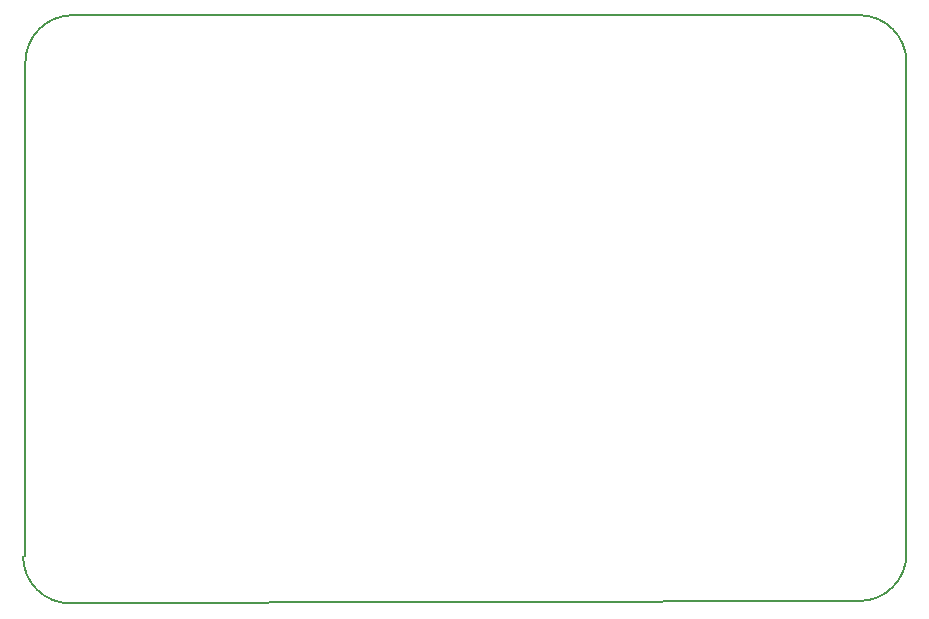
<source format=gbr>
%TF.GenerationSoftware,KiCad,Pcbnew,no-vcs-found*%
%TF.CreationDate,2017-10-06T14:05:24+10:30*%
%TF.ProjectId,clearpath-sc-single-channel,636C656172706174682D73632D73696E,1.0*%
%TF.SameCoordinates,Original*%
%TF.FileFunction,Profile,NP*%
%FSLAX46Y46*%
G04 Gerber Fmt 4.6, Leading zero omitted, Abs format (unit mm)*
G04 Created by KiCad (PCBNEW no-vcs-found) date Fri Oct  6 14:05:24 2017*
%MOMM*%
%LPD*%
G01*
G04 APERTURE LIST*
%ADD10C,0.150000*%
G04 APERTURE END LIST*
D10*
X170800000Y-100200000D02*
G75*
G02X174800000Y-104200000I0J-4000000D01*
G01*
X174800000Y-145800000D02*
G75*
G02X170800000Y-149800000I-4000000J0D01*
G01*
X104000000Y-150000000D02*
G75*
G02X100000000Y-146000000I0J4000000D01*
G01*
X104200000Y-100200000D02*
G75*
G03X100200000Y-104200000I0J-4000000D01*
G01*
X174800000Y-145800000D02*
X174800000Y-104200000D01*
X104000000Y-150000000D02*
X170800000Y-149800000D01*
X100200000Y-104200000D02*
X100200000Y-146000000D01*
X104200000Y-100200000D02*
X170800000Y-100200000D01*
M02*

</source>
